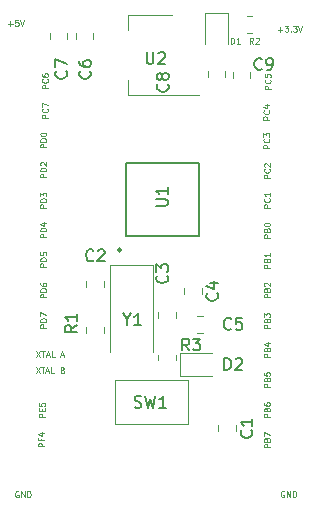
<source format=gbr>
%TF.GenerationSoftware,KiCad,Pcbnew,(6.0.0)*%
%TF.CreationDate,2022-05-02T13:28:23+02:00*%
%TF.ProjectId,STM8_Breakout-board,53544d38-5f42-4726-9561-6b6f75742d62,rev?*%
%TF.SameCoordinates,PX7e5ca20PY62fdcc0*%
%TF.FileFunction,Legend,Top*%
%TF.FilePolarity,Positive*%
%FSLAX46Y46*%
G04 Gerber Fmt 4.6, Leading zero omitted, Abs format (unit mm)*
G04 Created by KiCad (PCBNEW (6.0.0)) date 2022-05-02 13:28:23*
%MOMM*%
%LPD*%
G01*
G04 APERTURE LIST*
%ADD10C,0.125000*%
%ADD11C,0.150000*%
%ADD12C,0.120000*%
%ADD13C,0.200000*%
%ADD14C,0.223606*%
G04 APERTURE END LIST*
D10*
X22426190Y22530953D02*
X21926190Y22530953D01*
X21926190Y22721429D01*
X21950000Y22769048D01*
X21973809Y22792858D01*
X22021428Y22816667D01*
X22092857Y22816667D01*
X22140476Y22792858D01*
X22164285Y22769048D01*
X22188095Y22721429D01*
X22188095Y22530953D01*
X22164285Y23197620D02*
X22188095Y23269048D01*
X22211904Y23292858D01*
X22259523Y23316667D01*
X22330952Y23316667D01*
X22378571Y23292858D01*
X22402380Y23269048D01*
X22426190Y23221429D01*
X22426190Y23030953D01*
X21926190Y23030953D01*
X21926190Y23197620D01*
X21950000Y23245239D01*
X21973809Y23269048D01*
X22021428Y23292858D01*
X22069047Y23292858D01*
X22116666Y23269048D01*
X22140476Y23245239D01*
X22164285Y23197620D01*
X22164285Y23030953D01*
X21926190Y23626191D02*
X21926190Y23673810D01*
X21950000Y23721429D01*
X21973809Y23745239D01*
X22021428Y23769048D01*
X22116666Y23792858D01*
X22235714Y23792858D01*
X22330952Y23769048D01*
X22378571Y23745239D01*
X22402380Y23721429D01*
X22426190Y23673810D01*
X22426190Y23626191D01*
X22402380Y23578572D01*
X22378571Y23554762D01*
X22330952Y23530953D01*
X22235714Y23507143D01*
X22116666Y23507143D01*
X22021428Y23530953D01*
X21973809Y23554762D01*
X21950000Y23578572D01*
X21926190Y23626191D01*
X3626190Y32680953D02*
X3126190Y32680953D01*
X3126190Y32871429D01*
X3150000Y32919048D01*
X3173809Y32942858D01*
X3221428Y32966667D01*
X3292857Y32966667D01*
X3340476Y32942858D01*
X3364285Y32919048D01*
X3388095Y32871429D01*
X3388095Y32680953D01*
X3578571Y33466667D02*
X3602380Y33442858D01*
X3626190Y33371429D01*
X3626190Y33323810D01*
X3602380Y33252381D01*
X3554761Y33204762D01*
X3507142Y33180953D01*
X3411904Y33157143D01*
X3340476Y33157143D01*
X3245238Y33180953D01*
X3197619Y33204762D01*
X3150000Y33252381D01*
X3126190Y33323810D01*
X3126190Y33371429D01*
X3150000Y33442858D01*
X3173809Y33466667D01*
X3126190Y33633334D02*
X3126190Y33966667D01*
X3626190Y33752381D01*
X22426190Y7330953D02*
X21926190Y7330953D01*
X21926190Y7521429D01*
X21950000Y7569048D01*
X21973809Y7592858D01*
X22021428Y7616667D01*
X22092857Y7616667D01*
X22140476Y7592858D01*
X22164285Y7569048D01*
X22188095Y7521429D01*
X22188095Y7330953D01*
X22164285Y7997620D02*
X22188095Y8069048D01*
X22211904Y8092858D01*
X22259523Y8116667D01*
X22330952Y8116667D01*
X22378571Y8092858D01*
X22402380Y8069048D01*
X22426190Y8021429D01*
X22426190Y7830953D01*
X21926190Y7830953D01*
X21926190Y7997620D01*
X21950000Y8045239D01*
X21973809Y8069048D01*
X22021428Y8092858D01*
X22069047Y8092858D01*
X22116666Y8069048D01*
X22140476Y8045239D01*
X22164285Y7997620D01*
X22164285Y7830953D01*
X21926190Y8545239D02*
X21926190Y8450000D01*
X21950000Y8402381D01*
X21973809Y8378572D01*
X22045238Y8330953D01*
X22140476Y8307143D01*
X22330952Y8307143D01*
X22378571Y8330953D01*
X22402380Y8354762D01*
X22426190Y8402381D01*
X22426190Y8497620D01*
X22402380Y8545239D01*
X22378571Y8569048D01*
X22330952Y8592858D01*
X22211904Y8592858D01*
X22164285Y8569048D01*
X22140476Y8545239D01*
X22116666Y8497620D01*
X22116666Y8402381D01*
X22140476Y8354762D01*
X22164285Y8330953D01*
X22211904Y8307143D01*
X22376190Y30130953D02*
X21876190Y30130953D01*
X21876190Y30321429D01*
X21900000Y30369048D01*
X21923809Y30392858D01*
X21971428Y30416667D01*
X22042857Y30416667D01*
X22090476Y30392858D01*
X22114285Y30369048D01*
X22138095Y30321429D01*
X22138095Y30130953D01*
X22328571Y30916667D02*
X22352380Y30892858D01*
X22376190Y30821429D01*
X22376190Y30773810D01*
X22352380Y30702381D01*
X22304761Y30654762D01*
X22257142Y30630953D01*
X22161904Y30607143D01*
X22090476Y30607143D01*
X21995238Y30630953D01*
X21947619Y30654762D01*
X21900000Y30702381D01*
X21876190Y30773810D01*
X21876190Y30821429D01*
X21900000Y30892858D01*
X21923809Y30916667D01*
X21876190Y31083334D02*
X21876190Y31392858D01*
X22066666Y31226191D01*
X22066666Y31297620D01*
X22090476Y31345239D01*
X22114285Y31369048D01*
X22161904Y31392858D01*
X22280952Y31392858D01*
X22328571Y31369048D01*
X22352380Y31345239D01*
X22376190Y31297620D01*
X22376190Y31154762D01*
X22352380Y31107143D01*
X22328571Y31083334D01*
X3476190Y22580953D02*
X2976190Y22580953D01*
X2976190Y22771429D01*
X3000000Y22819048D01*
X3023809Y22842858D01*
X3071428Y22866667D01*
X3142857Y22866667D01*
X3190476Y22842858D01*
X3214285Y22819048D01*
X3238095Y22771429D01*
X3238095Y22580953D01*
X3476190Y23080953D02*
X2976190Y23080953D01*
X2976190Y23200000D01*
X3000000Y23271429D01*
X3047619Y23319048D01*
X3095238Y23342858D01*
X3190476Y23366667D01*
X3261904Y23366667D01*
X3357142Y23342858D01*
X3404761Y23319048D01*
X3452380Y23271429D01*
X3476190Y23200000D01*
X3476190Y23080953D01*
X3142857Y23795239D02*
X3476190Y23795239D01*
X2952380Y23676191D02*
X3309523Y23557143D01*
X3309523Y23866667D01*
X22376190Y32530953D02*
X21876190Y32530953D01*
X21876190Y32721429D01*
X21900000Y32769048D01*
X21923809Y32792858D01*
X21971428Y32816667D01*
X22042857Y32816667D01*
X22090476Y32792858D01*
X22114285Y32769048D01*
X22138095Y32721429D01*
X22138095Y32530953D01*
X22328571Y33316667D02*
X22352380Y33292858D01*
X22376190Y33221429D01*
X22376190Y33173810D01*
X22352380Y33102381D01*
X22304761Y33054762D01*
X22257142Y33030953D01*
X22161904Y33007143D01*
X22090476Y33007143D01*
X21995238Y33030953D01*
X21947619Y33054762D01*
X21900000Y33102381D01*
X21876190Y33173810D01*
X21876190Y33221429D01*
X21900000Y33292858D01*
X21923809Y33316667D01*
X22042857Y33745239D02*
X22376190Y33745239D01*
X21852380Y33626191D02*
X22209523Y33507143D01*
X22209523Y33816667D01*
X22426190Y17480953D02*
X21926190Y17480953D01*
X21926190Y17671429D01*
X21950000Y17719048D01*
X21973809Y17742858D01*
X22021428Y17766667D01*
X22092857Y17766667D01*
X22140476Y17742858D01*
X22164285Y17719048D01*
X22188095Y17671429D01*
X22188095Y17480953D01*
X22164285Y18147620D02*
X22188095Y18219048D01*
X22211904Y18242858D01*
X22259523Y18266667D01*
X22330952Y18266667D01*
X22378571Y18242858D01*
X22402380Y18219048D01*
X22426190Y18171429D01*
X22426190Y17980953D01*
X21926190Y17980953D01*
X21926190Y18147620D01*
X21950000Y18195239D01*
X21973809Y18219048D01*
X22021428Y18242858D01*
X22069047Y18242858D01*
X22116666Y18219048D01*
X22140476Y18195239D01*
X22164285Y18147620D01*
X22164285Y17980953D01*
X21973809Y18457143D02*
X21950000Y18480953D01*
X21926190Y18528572D01*
X21926190Y18647620D01*
X21950000Y18695239D01*
X21973809Y18719048D01*
X22021428Y18742858D01*
X22069047Y18742858D01*
X22140476Y18719048D01*
X22426190Y18433334D01*
X22426190Y18742858D01*
X3476190Y27680953D02*
X2976190Y27680953D01*
X2976190Y27871429D01*
X3000000Y27919048D01*
X3023809Y27942858D01*
X3071428Y27966667D01*
X3142857Y27966667D01*
X3190476Y27942858D01*
X3214285Y27919048D01*
X3238095Y27871429D01*
X3238095Y27680953D01*
X3476190Y28180953D02*
X2976190Y28180953D01*
X2976190Y28300000D01*
X3000000Y28371429D01*
X3047619Y28419048D01*
X3095238Y28442858D01*
X3190476Y28466667D01*
X3261904Y28466667D01*
X3357142Y28442858D01*
X3404761Y28419048D01*
X3452380Y28371429D01*
X3476190Y28300000D01*
X3476190Y28180953D01*
X3023809Y28657143D02*
X3000000Y28680953D01*
X2976190Y28728572D01*
X2976190Y28847620D01*
X3000000Y28895239D01*
X3023809Y28919048D01*
X3071428Y28942858D01*
X3119047Y28942858D01*
X3190476Y28919048D01*
X3476190Y28633334D01*
X3476190Y28942858D01*
X3326190Y4866667D02*
X2826190Y4866667D01*
X2826190Y5057143D01*
X2850000Y5104762D01*
X2873809Y5128572D01*
X2921428Y5152381D01*
X2992857Y5152381D01*
X3040476Y5128572D01*
X3064285Y5104762D01*
X3088095Y5057143D01*
X3088095Y4866667D01*
X3064285Y5533334D02*
X3064285Y5366667D01*
X3326190Y5366667D02*
X2826190Y5366667D01*
X2826190Y5604762D01*
X2992857Y6009524D02*
X3326190Y6009524D01*
X2802380Y5890477D02*
X3159523Y5771429D01*
X3159523Y6080953D01*
X23619047Y1050000D02*
X23571428Y1073810D01*
X23500000Y1073810D01*
X23428571Y1050000D01*
X23380952Y1002381D01*
X23357142Y954762D01*
X23333333Y859524D01*
X23333333Y788096D01*
X23357142Y692858D01*
X23380952Y645239D01*
X23428571Y597620D01*
X23500000Y573810D01*
X23547619Y573810D01*
X23619047Y597620D01*
X23642857Y621429D01*
X23642857Y788096D01*
X23547619Y788096D01*
X23857142Y573810D02*
X23857142Y1073810D01*
X24142857Y573810D01*
X24142857Y1073810D01*
X24380952Y573810D02*
X24380952Y1073810D01*
X24500000Y1073810D01*
X24571428Y1050000D01*
X24619047Y1002381D01*
X24642857Y954762D01*
X24666666Y859524D01*
X24666666Y788096D01*
X24642857Y692858D01*
X24619047Y645239D01*
X24571428Y597620D01*
X24500000Y573810D01*
X24380952Y573810D01*
X23100000Y40164286D02*
X23480952Y40164286D01*
X23290476Y39973810D02*
X23290476Y40354762D01*
X23671428Y40473810D02*
X23980952Y40473810D01*
X23814285Y40283334D01*
X23885714Y40283334D01*
X23933333Y40259524D01*
X23957142Y40235715D01*
X23980952Y40188096D01*
X23980952Y40069048D01*
X23957142Y40021429D01*
X23933333Y39997620D01*
X23885714Y39973810D01*
X23742857Y39973810D01*
X23695238Y39997620D01*
X23671428Y40021429D01*
X24195238Y40021429D02*
X24219047Y39997620D01*
X24195238Y39973810D01*
X24171428Y39997620D01*
X24195238Y40021429D01*
X24195238Y39973810D01*
X24385714Y40473810D02*
X24695238Y40473810D01*
X24528571Y40283334D01*
X24600000Y40283334D01*
X24647619Y40259524D01*
X24671428Y40235715D01*
X24695238Y40188096D01*
X24695238Y40069048D01*
X24671428Y40021429D01*
X24647619Y39997620D01*
X24600000Y39973810D01*
X24457142Y39973810D01*
X24409523Y39997620D01*
X24385714Y40021429D01*
X24838095Y40473810D02*
X25004761Y39973810D01*
X25171428Y40473810D01*
X22476190Y35130953D02*
X21976190Y35130953D01*
X21976190Y35321429D01*
X22000000Y35369048D01*
X22023809Y35392858D01*
X22071428Y35416667D01*
X22142857Y35416667D01*
X22190476Y35392858D01*
X22214285Y35369048D01*
X22238095Y35321429D01*
X22238095Y35130953D01*
X22428571Y35916667D02*
X22452380Y35892858D01*
X22476190Y35821429D01*
X22476190Y35773810D01*
X22452380Y35702381D01*
X22404761Y35654762D01*
X22357142Y35630953D01*
X22261904Y35607143D01*
X22190476Y35607143D01*
X22095238Y35630953D01*
X22047619Y35654762D01*
X22000000Y35702381D01*
X21976190Y35773810D01*
X21976190Y35821429D01*
X22000000Y35892858D01*
X22023809Y35916667D01*
X21976190Y36369048D02*
X21976190Y36130953D01*
X22214285Y36107143D01*
X22190476Y36130953D01*
X22166666Y36178572D01*
X22166666Y36297620D01*
X22190476Y36345239D01*
X22214285Y36369048D01*
X22261904Y36392858D01*
X22380952Y36392858D01*
X22428571Y36369048D01*
X22452380Y36345239D01*
X22476190Y36297620D01*
X22476190Y36178572D01*
X22452380Y36130953D01*
X22428571Y36107143D01*
X2621428Y12973810D02*
X2954761Y12473810D01*
X2954761Y12973810D02*
X2621428Y12473810D01*
X3073809Y12973810D02*
X3359523Y12973810D01*
X3216666Y12473810D02*
X3216666Y12973810D01*
X3502380Y12616667D02*
X3740476Y12616667D01*
X3454761Y12473810D02*
X3621428Y12973810D01*
X3788095Y12473810D01*
X4192857Y12473810D02*
X3954761Y12473810D01*
X3954761Y12973810D01*
X4716666Y12616667D02*
X4954761Y12616667D01*
X4669047Y12473810D02*
X4835714Y12973810D01*
X5002380Y12473810D01*
X22426190Y27580953D02*
X21926190Y27580953D01*
X21926190Y27771429D01*
X21950000Y27819048D01*
X21973809Y27842858D01*
X22021428Y27866667D01*
X22092857Y27866667D01*
X22140476Y27842858D01*
X22164285Y27819048D01*
X22188095Y27771429D01*
X22188095Y27580953D01*
X22378571Y28366667D02*
X22402380Y28342858D01*
X22426190Y28271429D01*
X22426190Y28223810D01*
X22402380Y28152381D01*
X22354761Y28104762D01*
X22307142Y28080953D01*
X22211904Y28057143D01*
X22140476Y28057143D01*
X22045238Y28080953D01*
X21997619Y28104762D01*
X21950000Y28152381D01*
X21926190Y28223810D01*
X21926190Y28271429D01*
X21950000Y28342858D01*
X21973809Y28366667D01*
X21973809Y28557143D02*
X21950000Y28580953D01*
X21926190Y28628572D01*
X21926190Y28747620D01*
X21950000Y28795239D01*
X21973809Y28819048D01*
X22021428Y28842858D01*
X22069047Y28842858D01*
X22140476Y28819048D01*
X22426190Y28533334D01*
X22426190Y28842858D01*
X3476190Y30180953D02*
X2976190Y30180953D01*
X2976190Y30371429D01*
X3000000Y30419048D01*
X3023809Y30442858D01*
X3071428Y30466667D01*
X3142857Y30466667D01*
X3190476Y30442858D01*
X3214285Y30419048D01*
X3238095Y30371429D01*
X3238095Y30180953D01*
X3476190Y30680953D02*
X2976190Y30680953D01*
X2976190Y30800000D01*
X3000000Y30871429D01*
X3047619Y30919048D01*
X3095238Y30942858D01*
X3190476Y30966667D01*
X3261904Y30966667D01*
X3357142Y30942858D01*
X3404761Y30919048D01*
X3452380Y30871429D01*
X3476190Y30800000D01*
X3476190Y30680953D01*
X2976190Y31276191D02*
X2976190Y31323810D01*
X3000000Y31371429D01*
X3023809Y31395239D01*
X3071428Y31419048D01*
X3166666Y31442858D01*
X3285714Y31442858D01*
X3380952Y31419048D01*
X3428571Y31395239D01*
X3452380Y31371429D01*
X3476190Y31323810D01*
X3476190Y31276191D01*
X3452380Y31228572D01*
X3428571Y31204762D01*
X3380952Y31180953D01*
X3285714Y31157143D01*
X3166666Y31157143D01*
X3071428Y31180953D01*
X3023809Y31204762D01*
X3000000Y31228572D01*
X2976190Y31276191D01*
X3376190Y7354762D02*
X2876190Y7354762D01*
X2876190Y7545239D01*
X2900000Y7592858D01*
X2923809Y7616667D01*
X2971428Y7640477D01*
X3042857Y7640477D01*
X3090476Y7616667D01*
X3114285Y7592858D01*
X3138095Y7545239D01*
X3138095Y7354762D01*
X3114285Y7854762D02*
X3114285Y8021429D01*
X3376190Y8092858D02*
X3376190Y7854762D01*
X2876190Y7854762D01*
X2876190Y8092858D01*
X2876190Y8545239D02*
X2876190Y8307143D01*
X3114285Y8283334D01*
X3090476Y8307143D01*
X3066666Y8354762D01*
X3066666Y8473810D01*
X3090476Y8521429D01*
X3114285Y8545239D01*
X3161904Y8569048D01*
X3280952Y8569048D01*
X3328571Y8545239D01*
X3352380Y8521429D01*
X3376190Y8473810D01*
X3376190Y8354762D01*
X3352380Y8307143D01*
X3328571Y8283334D01*
X3626190Y35180953D02*
X3126190Y35180953D01*
X3126190Y35371429D01*
X3150000Y35419048D01*
X3173809Y35442858D01*
X3221428Y35466667D01*
X3292857Y35466667D01*
X3340476Y35442858D01*
X3364285Y35419048D01*
X3388095Y35371429D01*
X3388095Y35180953D01*
X3578571Y35966667D02*
X3602380Y35942858D01*
X3626190Y35871429D01*
X3626190Y35823810D01*
X3602380Y35752381D01*
X3554761Y35704762D01*
X3507142Y35680953D01*
X3411904Y35657143D01*
X3340476Y35657143D01*
X3245238Y35680953D01*
X3197619Y35704762D01*
X3150000Y35752381D01*
X3126190Y35823810D01*
X3126190Y35871429D01*
X3150000Y35942858D01*
X3173809Y35966667D01*
X3126190Y36395239D02*
X3126190Y36300000D01*
X3150000Y36252381D01*
X3173809Y36228572D01*
X3245238Y36180953D01*
X3340476Y36157143D01*
X3530952Y36157143D01*
X3578571Y36180953D01*
X3602380Y36204762D01*
X3626190Y36252381D01*
X3626190Y36347620D01*
X3602380Y36395239D01*
X3578571Y36419048D01*
X3530952Y36442858D01*
X3411904Y36442858D01*
X3364285Y36419048D01*
X3340476Y36395239D01*
X3316666Y36347620D01*
X3316666Y36252381D01*
X3340476Y36204762D01*
X3364285Y36180953D01*
X3411904Y36157143D01*
X2585714Y11573810D02*
X2919047Y11073810D01*
X2919047Y11573810D02*
X2585714Y11073810D01*
X3038095Y11573810D02*
X3323809Y11573810D01*
X3180952Y11073810D02*
X3180952Y11573810D01*
X3466666Y11216667D02*
X3704761Y11216667D01*
X3419047Y11073810D02*
X3585714Y11573810D01*
X3752380Y11073810D01*
X4157142Y11073810D02*
X3919047Y11073810D01*
X3919047Y11573810D01*
X4871428Y11335715D02*
X4942857Y11311905D01*
X4966666Y11288096D01*
X4990476Y11240477D01*
X4990476Y11169048D01*
X4966666Y11121429D01*
X4942857Y11097620D01*
X4895238Y11073810D01*
X4704761Y11073810D01*
X4704761Y11573810D01*
X4871428Y11573810D01*
X4919047Y11550000D01*
X4942857Y11526191D01*
X4966666Y11478572D01*
X4966666Y11430953D01*
X4942857Y11383334D01*
X4919047Y11359524D01*
X4871428Y11335715D01*
X4704761Y11335715D01*
X22426190Y9880953D02*
X21926190Y9880953D01*
X21926190Y10071429D01*
X21950000Y10119048D01*
X21973809Y10142858D01*
X22021428Y10166667D01*
X22092857Y10166667D01*
X22140476Y10142858D01*
X22164285Y10119048D01*
X22188095Y10071429D01*
X22188095Y9880953D01*
X22164285Y10547620D02*
X22188095Y10619048D01*
X22211904Y10642858D01*
X22259523Y10666667D01*
X22330952Y10666667D01*
X22378571Y10642858D01*
X22402380Y10619048D01*
X22426190Y10571429D01*
X22426190Y10380953D01*
X21926190Y10380953D01*
X21926190Y10547620D01*
X21950000Y10595239D01*
X21973809Y10619048D01*
X22021428Y10642858D01*
X22069047Y10642858D01*
X22116666Y10619048D01*
X22140476Y10595239D01*
X22164285Y10547620D01*
X22164285Y10380953D01*
X21926190Y11119048D02*
X21926190Y10880953D01*
X22164285Y10857143D01*
X22140476Y10880953D01*
X22116666Y10928572D01*
X22116666Y11047620D01*
X22140476Y11095239D01*
X22164285Y11119048D01*
X22211904Y11142858D01*
X22330952Y11142858D01*
X22378571Y11119048D01*
X22402380Y11095239D01*
X22426190Y11047620D01*
X22426190Y10928572D01*
X22402380Y10880953D01*
X22378571Y10857143D01*
X3476190Y25080953D02*
X2976190Y25080953D01*
X2976190Y25271429D01*
X3000000Y25319048D01*
X3023809Y25342858D01*
X3071428Y25366667D01*
X3142857Y25366667D01*
X3190476Y25342858D01*
X3214285Y25319048D01*
X3238095Y25271429D01*
X3238095Y25080953D01*
X3476190Y25580953D02*
X2976190Y25580953D01*
X2976190Y25700000D01*
X3000000Y25771429D01*
X3047619Y25819048D01*
X3095238Y25842858D01*
X3190476Y25866667D01*
X3261904Y25866667D01*
X3357142Y25842858D01*
X3404761Y25819048D01*
X3452380Y25771429D01*
X3476190Y25700000D01*
X3476190Y25580953D01*
X2976190Y26033334D02*
X2976190Y26342858D01*
X3166666Y26176191D01*
X3166666Y26247620D01*
X3190476Y26295239D01*
X3214285Y26319048D01*
X3261904Y26342858D01*
X3380952Y26342858D01*
X3428571Y26319048D01*
X3452380Y26295239D01*
X3476190Y26247620D01*
X3476190Y26104762D01*
X3452380Y26057143D01*
X3428571Y26033334D01*
X3476190Y20080953D02*
X2976190Y20080953D01*
X2976190Y20271429D01*
X3000000Y20319048D01*
X3023809Y20342858D01*
X3071428Y20366667D01*
X3142857Y20366667D01*
X3190476Y20342858D01*
X3214285Y20319048D01*
X3238095Y20271429D01*
X3238095Y20080953D01*
X3476190Y20580953D02*
X2976190Y20580953D01*
X2976190Y20700000D01*
X3000000Y20771429D01*
X3047619Y20819048D01*
X3095238Y20842858D01*
X3190476Y20866667D01*
X3261904Y20866667D01*
X3357142Y20842858D01*
X3404761Y20819048D01*
X3452380Y20771429D01*
X3476190Y20700000D01*
X3476190Y20580953D01*
X2976190Y21319048D02*
X2976190Y21080953D01*
X3214285Y21057143D01*
X3190476Y21080953D01*
X3166666Y21128572D01*
X3166666Y21247620D01*
X3190476Y21295239D01*
X3214285Y21319048D01*
X3261904Y21342858D01*
X3380952Y21342858D01*
X3428571Y21319048D01*
X3452380Y21295239D01*
X3476190Y21247620D01*
X3476190Y21128572D01*
X3452380Y21080953D01*
X3428571Y21057143D01*
X1119047Y1050000D02*
X1071428Y1073810D01*
X1000000Y1073810D01*
X928571Y1050000D01*
X880952Y1002381D01*
X857142Y954762D01*
X833333Y859524D01*
X833333Y788096D01*
X857142Y692858D01*
X880952Y645239D01*
X928571Y597620D01*
X1000000Y573810D01*
X1047619Y573810D01*
X1119047Y597620D01*
X1142857Y621429D01*
X1142857Y788096D01*
X1047619Y788096D01*
X1357142Y573810D02*
X1357142Y1073810D01*
X1642857Y573810D01*
X1642857Y1073810D01*
X1880952Y573810D02*
X1880952Y1073810D01*
X2000000Y1073810D01*
X2071428Y1050000D01*
X2119047Y1002381D01*
X2142857Y954762D01*
X2166666Y859524D01*
X2166666Y788096D01*
X2142857Y692858D01*
X2119047Y645239D01*
X2071428Y597620D01*
X2000000Y573810D01*
X1880952Y573810D01*
X3476190Y14930953D02*
X2976190Y14930953D01*
X2976190Y15121429D01*
X3000000Y15169048D01*
X3023809Y15192858D01*
X3071428Y15216667D01*
X3142857Y15216667D01*
X3190476Y15192858D01*
X3214285Y15169048D01*
X3238095Y15121429D01*
X3238095Y14930953D01*
X3476190Y15430953D02*
X2976190Y15430953D01*
X2976190Y15550000D01*
X3000000Y15621429D01*
X3047619Y15669048D01*
X3095238Y15692858D01*
X3190476Y15716667D01*
X3261904Y15716667D01*
X3357142Y15692858D01*
X3404761Y15669048D01*
X3452380Y15621429D01*
X3476190Y15550000D01*
X3476190Y15430953D01*
X2976190Y15883334D02*
X2976190Y16216667D01*
X3476190Y16002381D01*
X22426190Y14880953D02*
X21926190Y14880953D01*
X21926190Y15071429D01*
X21950000Y15119048D01*
X21973809Y15142858D01*
X22021428Y15166667D01*
X22092857Y15166667D01*
X22140476Y15142858D01*
X22164285Y15119048D01*
X22188095Y15071429D01*
X22188095Y14880953D01*
X22164285Y15547620D02*
X22188095Y15619048D01*
X22211904Y15642858D01*
X22259523Y15666667D01*
X22330952Y15666667D01*
X22378571Y15642858D01*
X22402380Y15619048D01*
X22426190Y15571429D01*
X22426190Y15380953D01*
X21926190Y15380953D01*
X21926190Y15547620D01*
X21950000Y15595239D01*
X21973809Y15619048D01*
X22021428Y15642858D01*
X22069047Y15642858D01*
X22116666Y15619048D01*
X22140476Y15595239D01*
X22164285Y15547620D01*
X22164285Y15380953D01*
X21926190Y15833334D02*
X21926190Y16142858D01*
X22116666Y15976191D01*
X22116666Y16047620D01*
X22140476Y16095239D01*
X22164285Y16119048D01*
X22211904Y16142858D01*
X22330952Y16142858D01*
X22378571Y16119048D01*
X22402380Y16095239D01*
X22426190Y16047620D01*
X22426190Y15904762D01*
X22402380Y15857143D01*
X22378571Y15833334D01*
X22426190Y25080953D02*
X21926190Y25080953D01*
X21926190Y25271429D01*
X21950000Y25319048D01*
X21973809Y25342858D01*
X22021428Y25366667D01*
X22092857Y25366667D01*
X22140476Y25342858D01*
X22164285Y25319048D01*
X22188095Y25271429D01*
X22188095Y25080953D01*
X22378571Y25866667D02*
X22402380Y25842858D01*
X22426190Y25771429D01*
X22426190Y25723810D01*
X22402380Y25652381D01*
X22354761Y25604762D01*
X22307142Y25580953D01*
X22211904Y25557143D01*
X22140476Y25557143D01*
X22045238Y25580953D01*
X21997619Y25604762D01*
X21950000Y25652381D01*
X21926190Y25723810D01*
X21926190Y25771429D01*
X21950000Y25842858D01*
X21973809Y25866667D01*
X22426190Y26342858D02*
X22426190Y26057143D01*
X22426190Y26200000D02*
X21926190Y26200000D01*
X21997619Y26152381D01*
X22045238Y26104762D01*
X22069047Y26057143D01*
X22426190Y12430953D02*
X21926190Y12430953D01*
X21926190Y12621429D01*
X21950000Y12669048D01*
X21973809Y12692858D01*
X22021428Y12716667D01*
X22092857Y12716667D01*
X22140476Y12692858D01*
X22164285Y12669048D01*
X22188095Y12621429D01*
X22188095Y12430953D01*
X22164285Y13097620D02*
X22188095Y13169048D01*
X22211904Y13192858D01*
X22259523Y13216667D01*
X22330952Y13216667D01*
X22378571Y13192858D01*
X22402380Y13169048D01*
X22426190Y13121429D01*
X22426190Y12930953D01*
X21926190Y12930953D01*
X21926190Y13097620D01*
X21950000Y13145239D01*
X21973809Y13169048D01*
X22021428Y13192858D01*
X22069047Y13192858D01*
X22116666Y13169048D01*
X22140476Y13145239D01*
X22164285Y13097620D01*
X22164285Y12930953D01*
X22092857Y13645239D02*
X22426190Y13645239D01*
X21902380Y13526191D02*
X22259523Y13407143D01*
X22259523Y13716667D01*
X257142Y40664286D02*
X638095Y40664286D01*
X447619Y40473810D02*
X447619Y40854762D01*
X1114285Y40973810D02*
X876190Y40973810D01*
X852380Y40735715D01*
X876190Y40759524D01*
X923809Y40783334D01*
X1042857Y40783334D01*
X1090476Y40759524D01*
X1114285Y40735715D01*
X1138095Y40688096D01*
X1138095Y40569048D01*
X1114285Y40521429D01*
X1090476Y40497620D01*
X1042857Y40473810D01*
X923809Y40473810D01*
X876190Y40497620D01*
X852380Y40521429D01*
X1280952Y40973810D02*
X1447619Y40473810D01*
X1614285Y40973810D01*
X22426190Y4780953D02*
X21926190Y4780953D01*
X21926190Y4971429D01*
X21950000Y5019048D01*
X21973809Y5042858D01*
X22021428Y5066667D01*
X22092857Y5066667D01*
X22140476Y5042858D01*
X22164285Y5019048D01*
X22188095Y4971429D01*
X22188095Y4780953D01*
X22164285Y5447620D02*
X22188095Y5519048D01*
X22211904Y5542858D01*
X22259523Y5566667D01*
X22330952Y5566667D01*
X22378571Y5542858D01*
X22402380Y5519048D01*
X22426190Y5471429D01*
X22426190Y5280953D01*
X21926190Y5280953D01*
X21926190Y5447620D01*
X21950000Y5495239D01*
X21973809Y5519048D01*
X22021428Y5542858D01*
X22069047Y5542858D01*
X22116666Y5519048D01*
X22140476Y5495239D01*
X22164285Y5447620D01*
X22164285Y5280953D01*
X21926190Y5733334D02*
X21926190Y6066667D01*
X22426190Y5852381D01*
X22426190Y19980953D02*
X21926190Y19980953D01*
X21926190Y20171429D01*
X21950000Y20219048D01*
X21973809Y20242858D01*
X22021428Y20266667D01*
X22092857Y20266667D01*
X22140476Y20242858D01*
X22164285Y20219048D01*
X22188095Y20171429D01*
X22188095Y19980953D01*
X22164285Y20647620D02*
X22188095Y20719048D01*
X22211904Y20742858D01*
X22259523Y20766667D01*
X22330952Y20766667D01*
X22378571Y20742858D01*
X22402380Y20719048D01*
X22426190Y20671429D01*
X22426190Y20480953D01*
X21926190Y20480953D01*
X21926190Y20647620D01*
X21950000Y20695239D01*
X21973809Y20719048D01*
X22021428Y20742858D01*
X22069047Y20742858D01*
X22116666Y20719048D01*
X22140476Y20695239D01*
X22164285Y20647620D01*
X22164285Y20480953D01*
X22426190Y21242858D02*
X22426190Y20957143D01*
X22426190Y21100000D02*
X21926190Y21100000D01*
X21997619Y21052381D01*
X22045238Y21004762D01*
X22069047Y20957143D01*
X3476190Y17480953D02*
X2976190Y17480953D01*
X2976190Y17671429D01*
X3000000Y17719048D01*
X3023809Y17742858D01*
X3071428Y17766667D01*
X3142857Y17766667D01*
X3190476Y17742858D01*
X3214285Y17719048D01*
X3238095Y17671429D01*
X3238095Y17480953D01*
X3476190Y17980953D02*
X2976190Y17980953D01*
X2976190Y18100000D01*
X3000000Y18171429D01*
X3047619Y18219048D01*
X3095238Y18242858D01*
X3190476Y18266667D01*
X3261904Y18266667D01*
X3357142Y18242858D01*
X3404761Y18219048D01*
X3452380Y18171429D01*
X3476190Y18100000D01*
X3476190Y17980953D01*
X2976190Y18695239D02*
X2976190Y18600000D01*
X3000000Y18552381D01*
X3023809Y18528572D01*
X3095238Y18480953D01*
X3190476Y18457143D01*
X3380952Y18457143D01*
X3428571Y18480953D01*
X3452380Y18504762D01*
X3476190Y18552381D01*
X3476190Y18647620D01*
X3452380Y18695239D01*
X3428571Y18719048D01*
X3380952Y18742858D01*
X3261904Y18742858D01*
X3214285Y18719048D01*
X3190476Y18695239D01*
X3166666Y18647620D01*
X3166666Y18552381D01*
X3190476Y18504762D01*
X3214285Y18480953D01*
X3261904Y18457143D01*
D11*
%TO.C,R3*%
X15583333Y12997620D02*
X15250000Y13473810D01*
X15011904Y12997620D02*
X15011904Y13997620D01*
X15392857Y13997620D01*
X15488095Y13950000D01*
X15535714Y13902381D01*
X15583333Y13807143D01*
X15583333Y13664286D01*
X15535714Y13569048D01*
X15488095Y13521429D01*
X15392857Y13473810D01*
X15011904Y13473810D01*
X15916666Y13997620D02*
X16535714Y13997620D01*
X16202380Y13616667D01*
X16345238Y13616667D01*
X16440476Y13569048D01*
X16488095Y13521429D01*
X16535714Y13426191D01*
X16535714Y13188096D01*
X16488095Y13092858D01*
X16440476Y13045239D01*
X16345238Y12997620D01*
X16059523Y12997620D01*
X15964285Y13045239D01*
X15916666Y13092858D01*
%TO.C,C7*%
X5157142Y36633334D02*
X5204761Y36585715D01*
X5252380Y36442858D01*
X5252380Y36347620D01*
X5204761Y36204762D01*
X5109523Y36109524D01*
X5014285Y36061905D01*
X4823809Y36014286D01*
X4680952Y36014286D01*
X4490476Y36061905D01*
X4395238Y36109524D01*
X4300000Y36204762D01*
X4252380Y36347620D01*
X4252380Y36442858D01*
X4300000Y36585715D01*
X4347619Y36633334D01*
X4252380Y36966667D02*
X4252380Y37633334D01*
X5252380Y37204762D01*
%TO.C,D2*%
X18561904Y11347620D02*
X18561904Y12347620D01*
X18800000Y12347620D01*
X18942857Y12300000D01*
X19038095Y12204762D01*
X19085714Y12109524D01*
X19133333Y11919048D01*
X19133333Y11776191D01*
X19085714Y11585715D01*
X19038095Y11490477D01*
X18942857Y11395239D01*
X18800000Y11347620D01*
X18561904Y11347620D01*
X19514285Y12252381D02*
X19561904Y12300000D01*
X19657142Y12347620D01*
X19895238Y12347620D01*
X19990476Y12300000D01*
X20038095Y12252381D01*
X20085714Y12157143D01*
X20085714Y12061905D01*
X20038095Y11919048D01*
X19466666Y11347620D01*
X20085714Y11347620D01*
%TO.C,R1*%
X6052380Y15133334D02*
X5576190Y14800000D01*
X6052380Y14561905D02*
X5052380Y14561905D01*
X5052380Y14942858D01*
X5100000Y15038096D01*
X5147619Y15085715D01*
X5242857Y15133334D01*
X5385714Y15133334D01*
X5480952Y15085715D01*
X5528571Y15038096D01*
X5576190Y14942858D01*
X5576190Y14561905D01*
X6052380Y16085715D02*
X6052380Y15514286D01*
X6052380Y15800000D02*
X5052380Y15800000D01*
X5195238Y15704762D01*
X5290476Y15609524D01*
X5338095Y15514286D01*
D10*
%TO.C,R2*%
X21016666Y38973810D02*
X20850000Y39211905D01*
X20730952Y38973810D02*
X20730952Y39473810D01*
X20921428Y39473810D01*
X20969047Y39450000D01*
X20992857Y39426191D01*
X21016666Y39378572D01*
X21016666Y39307143D01*
X20992857Y39259524D01*
X20969047Y39235715D01*
X20921428Y39211905D01*
X20730952Y39211905D01*
X21207142Y39426191D02*
X21230952Y39450000D01*
X21278571Y39473810D01*
X21397619Y39473810D01*
X21445238Y39450000D01*
X21469047Y39426191D01*
X21492857Y39378572D01*
X21492857Y39330953D01*
X21469047Y39259524D01*
X21183333Y38973810D01*
X21492857Y38973810D01*
D11*
%TO.C,C2*%
X7483333Y20642858D02*
X7435714Y20595239D01*
X7292857Y20547620D01*
X7197619Y20547620D01*
X7054761Y20595239D01*
X6959523Y20690477D01*
X6911904Y20785715D01*
X6864285Y20976191D01*
X6864285Y21119048D01*
X6911904Y21309524D01*
X6959523Y21404762D01*
X7054761Y21500000D01*
X7197619Y21547620D01*
X7292857Y21547620D01*
X7435714Y21500000D01*
X7483333Y21452381D01*
X7864285Y21452381D02*
X7911904Y21500000D01*
X8007142Y21547620D01*
X8245238Y21547620D01*
X8340476Y21500000D01*
X8388095Y21452381D01*
X8435714Y21357143D01*
X8435714Y21261905D01*
X8388095Y21119048D01*
X7816666Y20547620D01*
X8435714Y20547620D01*
%TO.C,C6*%
X7157142Y36633334D02*
X7204761Y36585715D01*
X7252380Y36442858D01*
X7252380Y36347620D01*
X7204761Y36204762D01*
X7109523Y36109524D01*
X7014285Y36061905D01*
X6823809Y36014286D01*
X6680952Y36014286D01*
X6490476Y36061905D01*
X6395238Y36109524D01*
X6300000Y36204762D01*
X6252380Y36347620D01*
X6252380Y36442858D01*
X6300000Y36585715D01*
X6347619Y36633334D01*
X6252380Y37490477D02*
X6252380Y37300000D01*
X6300000Y37204762D01*
X6347619Y37157143D01*
X6490476Y37061905D01*
X6680952Y37014286D01*
X7061904Y37014286D01*
X7157142Y37061905D01*
X7204761Y37109524D01*
X7252380Y37204762D01*
X7252380Y37395239D01*
X7204761Y37490477D01*
X7157142Y37538096D01*
X7061904Y37585715D01*
X6823809Y37585715D01*
X6728571Y37538096D01*
X6680952Y37490477D01*
X6633333Y37395239D01*
X6633333Y37204762D01*
X6680952Y37109524D01*
X6728571Y37061905D01*
X6823809Y37014286D01*
%TO.C,C8*%
X13757142Y35533334D02*
X13804761Y35485715D01*
X13852380Y35342858D01*
X13852380Y35247620D01*
X13804761Y35104762D01*
X13709523Y35009524D01*
X13614285Y34961905D01*
X13423809Y34914286D01*
X13280952Y34914286D01*
X13090476Y34961905D01*
X12995238Y35009524D01*
X12900000Y35104762D01*
X12852380Y35247620D01*
X12852380Y35342858D01*
X12900000Y35485715D01*
X12947619Y35533334D01*
X13280952Y36104762D02*
X13233333Y36009524D01*
X13185714Y35961905D01*
X13090476Y35914286D01*
X13042857Y35914286D01*
X12947619Y35961905D01*
X12900000Y36009524D01*
X12852380Y36104762D01*
X12852380Y36295239D01*
X12900000Y36390477D01*
X12947619Y36438096D01*
X13042857Y36485715D01*
X13090476Y36485715D01*
X13185714Y36438096D01*
X13233333Y36390477D01*
X13280952Y36295239D01*
X13280952Y36104762D01*
X13328571Y36009524D01*
X13376190Y35961905D01*
X13471428Y35914286D01*
X13661904Y35914286D01*
X13757142Y35961905D01*
X13804761Y36009524D01*
X13852380Y36104762D01*
X13852380Y36295239D01*
X13804761Y36390477D01*
X13757142Y36438096D01*
X13661904Y36485715D01*
X13471428Y36485715D01*
X13376190Y36438096D01*
X13328571Y36390477D01*
X13280952Y36295239D01*
D10*
%TO.C,D1*%
X19130952Y38973810D02*
X19130952Y39473810D01*
X19250000Y39473810D01*
X19321428Y39450000D01*
X19369047Y39402381D01*
X19392857Y39354762D01*
X19416666Y39259524D01*
X19416666Y39188096D01*
X19392857Y39092858D01*
X19369047Y39045239D01*
X19321428Y38997620D01*
X19250000Y38973810D01*
X19130952Y38973810D01*
X19892857Y38973810D02*
X19607142Y38973810D01*
X19750000Y38973810D02*
X19750000Y39473810D01*
X19702380Y39402381D01*
X19654761Y39354762D01*
X19607142Y39330953D01*
D11*
%TO.C,C1*%
X20837142Y6233334D02*
X20884761Y6185715D01*
X20932380Y6042858D01*
X20932380Y5947620D01*
X20884761Y5804762D01*
X20789523Y5709524D01*
X20694285Y5661905D01*
X20503809Y5614286D01*
X20360952Y5614286D01*
X20170476Y5661905D01*
X20075238Y5709524D01*
X19980000Y5804762D01*
X19932380Y5947620D01*
X19932380Y6042858D01*
X19980000Y6185715D01*
X20027619Y6233334D01*
X20932380Y7185715D02*
X20932380Y6614286D01*
X20932380Y6900000D02*
X19932380Y6900000D01*
X20075238Y6804762D01*
X20170476Y6709524D01*
X20218095Y6614286D01*
%TO.C,U1*%
X12751298Y25236590D02*
X13562422Y25236590D01*
X13657848Y25284303D01*
X13705561Y25332016D01*
X13753274Y25427443D01*
X13753274Y25618295D01*
X13705561Y25713722D01*
X13657848Y25761435D01*
X13562422Y25809148D01*
X12751298Y25809148D01*
X13753274Y26811124D02*
X13753274Y26238566D01*
X13753274Y26524845D02*
X12751298Y26524845D01*
X12894438Y26429419D01*
X12989864Y26333992D01*
X13037577Y26238566D01*
%TO.C,C5*%
X19133333Y14842858D02*
X19085714Y14795239D01*
X18942857Y14747620D01*
X18847619Y14747620D01*
X18704761Y14795239D01*
X18609523Y14890477D01*
X18561904Y14985715D01*
X18514285Y15176191D01*
X18514285Y15319048D01*
X18561904Y15509524D01*
X18609523Y15604762D01*
X18704761Y15700000D01*
X18847619Y15747620D01*
X18942857Y15747620D01*
X19085714Y15700000D01*
X19133333Y15652381D01*
X20038095Y15747620D02*
X19561904Y15747620D01*
X19514285Y15271429D01*
X19561904Y15319048D01*
X19657142Y15366667D01*
X19895238Y15366667D01*
X19990476Y15319048D01*
X20038095Y15271429D01*
X20085714Y15176191D01*
X20085714Y14938096D01*
X20038095Y14842858D01*
X19990476Y14795239D01*
X19895238Y14747620D01*
X19657142Y14747620D01*
X19561904Y14795239D01*
X19514285Y14842858D01*
%TO.C,U2*%
X11978095Y38247620D02*
X11978095Y37438096D01*
X12025714Y37342858D01*
X12073333Y37295239D01*
X12168571Y37247620D01*
X12359047Y37247620D01*
X12454285Y37295239D01*
X12501904Y37342858D01*
X12549523Y37438096D01*
X12549523Y38247620D01*
X12978095Y38152381D02*
X13025714Y38200000D01*
X13120952Y38247620D01*
X13359047Y38247620D01*
X13454285Y38200000D01*
X13501904Y38152381D01*
X13549523Y38057143D01*
X13549523Y37961905D01*
X13501904Y37819048D01*
X12930476Y37247620D01*
X13549523Y37247620D01*
%TO.C,C9*%
X21733333Y36842858D02*
X21685714Y36795239D01*
X21542857Y36747620D01*
X21447619Y36747620D01*
X21304761Y36795239D01*
X21209523Y36890477D01*
X21161904Y36985715D01*
X21114285Y37176191D01*
X21114285Y37319048D01*
X21161904Y37509524D01*
X21209523Y37604762D01*
X21304761Y37700000D01*
X21447619Y37747620D01*
X21542857Y37747620D01*
X21685714Y37700000D01*
X21733333Y37652381D01*
X22209523Y36747620D02*
X22400000Y36747620D01*
X22495238Y36795239D01*
X22542857Y36842858D01*
X22638095Y36985715D01*
X22685714Y37176191D01*
X22685714Y37557143D01*
X22638095Y37652381D01*
X22590476Y37700000D01*
X22495238Y37747620D01*
X22304761Y37747620D01*
X22209523Y37700000D01*
X22161904Y37652381D01*
X22114285Y37557143D01*
X22114285Y37319048D01*
X22161904Y37223810D01*
X22209523Y37176191D01*
X22304761Y37128572D01*
X22495238Y37128572D01*
X22590476Y37176191D01*
X22638095Y37223810D01*
X22685714Y37319048D01*
%TO.C,C3*%
X13707142Y19333334D02*
X13754761Y19285715D01*
X13802380Y19142858D01*
X13802380Y19047620D01*
X13754761Y18904762D01*
X13659523Y18809524D01*
X13564285Y18761905D01*
X13373809Y18714286D01*
X13230952Y18714286D01*
X13040476Y18761905D01*
X12945238Y18809524D01*
X12850000Y18904762D01*
X12802380Y19047620D01*
X12802380Y19142858D01*
X12850000Y19285715D01*
X12897619Y19333334D01*
X12802380Y19666667D02*
X12802380Y20285715D01*
X13183333Y19952381D01*
X13183333Y20095239D01*
X13230952Y20190477D01*
X13278571Y20238096D01*
X13373809Y20285715D01*
X13611904Y20285715D01*
X13707142Y20238096D01*
X13754761Y20190477D01*
X13802380Y20095239D01*
X13802380Y19809524D01*
X13754761Y19714286D01*
X13707142Y19666667D01*
%TO.C,SW1*%
X10966666Y8195239D02*
X11109523Y8147620D01*
X11347619Y8147620D01*
X11442857Y8195239D01*
X11490476Y8242858D01*
X11538095Y8338096D01*
X11538095Y8433334D01*
X11490476Y8528572D01*
X11442857Y8576191D01*
X11347619Y8623810D01*
X11157142Y8671429D01*
X11061904Y8719048D01*
X11014285Y8766667D01*
X10966666Y8861905D01*
X10966666Y8957143D01*
X11014285Y9052381D01*
X11061904Y9100000D01*
X11157142Y9147620D01*
X11395238Y9147620D01*
X11538095Y9100000D01*
X11871428Y9147620D02*
X12109523Y8147620D01*
X12300000Y8861905D01*
X12490476Y8147620D01*
X12728571Y9147620D01*
X13633333Y8147620D02*
X13061904Y8147620D01*
X13347619Y8147620D02*
X13347619Y9147620D01*
X13252380Y9004762D01*
X13157142Y8909524D01*
X13061904Y8861905D01*
%TO.C,C4*%
X17937142Y17833334D02*
X17984761Y17785715D01*
X18032380Y17642858D01*
X18032380Y17547620D01*
X17984761Y17404762D01*
X17889523Y17309524D01*
X17794285Y17261905D01*
X17603809Y17214286D01*
X17460952Y17214286D01*
X17270476Y17261905D01*
X17175238Y17309524D01*
X17080000Y17404762D01*
X17032380Y17547620D01*
X17032380Y17642858D01*
X17080000Y17785715D01*
X17127619Y17833334D01*
X17365714Y18690477D02*
X18032380Y18690477D01*
X16984761Y18452381D02*
X17699047Y18214286D01*
X17699047Y18833334D01*
%TO.C,Y1*%
X10323809Y15623810D02*
X10323809Y15147620D01*
X9990476Y16147620D02*
X10323809Y15623810D01*
X10657142Y16147620D01*
X11514285Y15147620D02*
X10942857Y15147620D01*
X11228571Y15147620D02*
X11228571Y16147620D01*
X11133333Y16004762D01*
X11038095Y15909524D01*
X10942857Y15861905D01*
D12*
%TO.C,R3*%
X14435000Y12627064D02*
X14435000Y12172936D01*
X12965000Y12627064D02*
X12965000Y12172936D01*
%TO.C,C7*%
X3765000Y39861252D02*
X3765000Y39338748D01*
X5235000Y39861252D02*
X5235000Y39338748D01*
%TO.C,D2*%
X14815000Y12760000D02*
X14815000Y10840000D01*
X14815000Y10840000D02*
X17500000Y10840000D01*
X17500000Y12760000D02*
X14815000Y12760000D01*
%TO.C,R1*%
X8335000Y14485436D02*
X8335000Y14939564D01*
X6865000Y14485436D02*
X6865000Y14939564D01*
%TO.C,R2*%
X20472936Y39865000D02*
X20927064Y39865000D01*
X20472936Y41335000D02*
X20927064Y41335000D01*
%TO.C,C2*%
X8335000Y18861252D02*
X8335000Y18338748D01*
X6865000Y18861252D02*
X6865000Y18338748D01*
%TO.C,C6*%
X7435000Y39861252D02*
X7435000Y39338748D01*
X5965000Y39861252D02*
X5965000Y39338748D01*
%TO.C,C8*%
X17165000Y36661252D02*
X17165000Y36138748D01*
X18635000Y36661252D02*
X18635000Y36138748D01*
%TO.C,D1*%
X18860000Y41585000D02*
X16940000Y41585000D01*
X18860000Y38900000D02*
X18860000Y41585000D01*
X16940000Y41585000D02*
X16940000Y38900000D01*
%TO.C,C1*%
X18065000Y6661252D02*
X18065000Y6138748D01*
X19535000Y6661252D02*
X19535000Y6138748D01*
D13*
%TO.C,U1*%
X16400000Y28900000D02*
X16400000Y22700000D01*
X16400000Y22700000D02*
X10200000Y22700000D01*
X10200000Y28900000D02*
X16400000Y28900000D01*
X10200000Y22700000D02*
X10200000Y28900000D01*
D14*
X9811803Y21500000D02*
G75*
G03*
X9811803Y21500000I-111803J0D01*
G01*
D12*
%TO.C,C5*%
X16761252Y14465000D02*
X16238748Y14465000D01*
X16761252Y15935000D02*
X16238748Y15935000D01*
%TO.C,U2*%
X16400000Y34590000D02*
X10390000Y34590000D01*
X14150000Y41410000D02*
X10390000Y41410000D01*
X10390000Y34590000D02*
X10390000Y35850000D01*
X10390000Y41410000D02*
X10390000Y40150000D01*
%TO.C,C9*%
X19265000Y36561252D02*
X19265000Y36038748D01*
X20735000Y36561252D02*
X20735000Y36038748D01*
%TO.C,C3*%
X14435000Y15738748D02*
X14435000Y16261252D01*
X12965000Y15738748D02*
X12965000Y16261252D01*
%TO.C,SW1*%
X15460000Y10450000D02*
X15460000Y6750000D01*
X9340000Y10450000D02*
X15460000Y10450000D01*
X9340000Y6750000D02*
X9340000Y10450000D01*
X15460000Y6750000D02*
X9340000Y6750000D01*
%TO.C,C4*%
X16635000Y18261252D02*
X16635000Y17738748D01*
X15165000Y18261252D02*
X15165000Y17738748D01*
%TO.C,Y1*%
X12500000Y12900000D02*
X12500000Y20225000D01*
X8900000Y20225000D02*
X8900000Y12900000D01*
X12500000Y20225000D02*
X8900000Y20225000D01*
%TD*%
M02*

</source>
